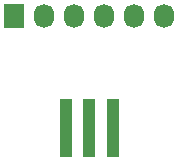
<source format=gbr>
G04 #@! TF.FileFunction,Soldermask,Bot*
%FSLAX46Y46*%
G04 Gerber Fmt 4.6, Leading zero omitted, Abs format (unit mm)*
G04 Created by KiCad (PCBNEW 4.0.2-stable) date 21/05/2016 17:12:48*
%MOMM*%
G01*
G04 APERTURE LIST*
%ADD10C,0.100000*%
%ADD11R,1.000000X5.000000*%
%ADD12R,1.727200X2.032000*%
%ADD13O,1.727200X2.032000*%
G04 APERTURE END LIST*
D10*
D11*
X25250000Y-28250000D03*
X23250000Y-28250000D03*
X21250000Y-28250000D03*
D12*
X16900000Y-18800000D03*
D13*
X19440000Y-18800000D03*
X21980000Y-18800000D03*
X24520000Y-18800000D03*
X27060000Y-18800000D03*
X29600000Y-18800000D03*
M02*

</source>
